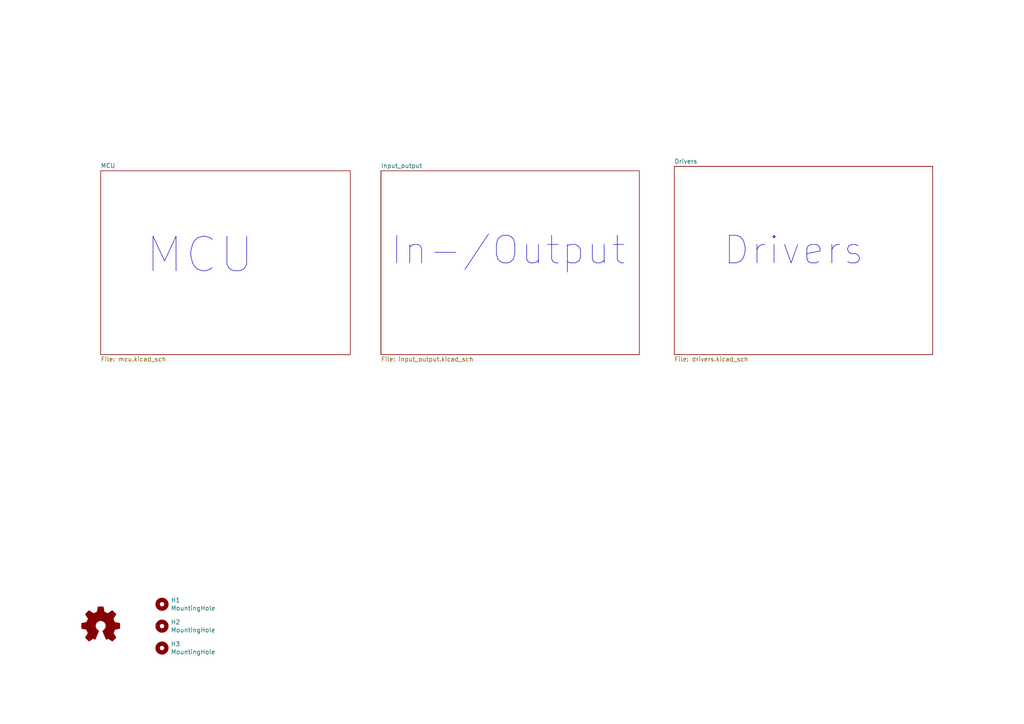
<source format=kicad_sch>
(kicad_sch (version 20211123) (generator eeschema)
  (paper "A4")
  (title_block (title "Canned ERCF Board") (date "2022-02-09") (rev "v1.0-beta2") (comment 1 "License: GPLv3") (comment 2 "by Gixxerfast based on design by Tircown"))
  (lib_symbols
    (symbol "Graphic:Logo_Open_Hardware_Small" (pin_names (offset 1.016))
      (symbol "Logo_Open_Hardware_Small_0_1"
        (polyline (pts (xy 3.3528 -4.3434) (xy 3.302 -4.318) (xy 3.175 -4.2418) (xy 2.9972 -4.1148) (xy 2.7686 -3.9624) (xy 2.54 -3.81) (xy 2.3622 -3.7084) (xy 2.2352 -3.6068) (xy 2.1844 -3.5814) (xy 2.159 -3.6068) (xy 2.0574 -3.6576) (xy 1.905 -3.7338) (xy 1.8034 -3.7846) (xy 1.6764 -3.8354) (xy 1.6002 -3.8354) (xy 1.6002 -3.8354) (xy 1.5494 -3.7338) (xy 1.4732 -3.5306) (xy 1.3462 -3.302) (xy 1.2446 -3.0226) (xy 1.1176 -2.7178) (xy 0.9652 -2.413) (xy 0.8636 -2.1082) (xy 0.7366 -1.8288) (xy 0.6604 -1.6256) (xy 0.6096 -1.4732) (xy 0.5842 -1.397) (xy 0.5842 -1.397) (xy 0.6604 -1.3208) (xy 0.7874 -1.2446) (xy 1.0414 -1.016) (xy 1.2954 -0.6858) (xy 1.4478 -0.3302) (xy 1.524 0.0762) (xy 1.4732 0.4572) (xy 1.3208 0.8128) (xy 1.0668 1.143) (xy 0.762 1.3716) (xy 0.4064 1.524) (xy 0 1.5748) (xy -0.381 1.5494) (xy -0.7366 1.397) (xy -1.0668 1.143) (xy -1.2192 0.9906) (xy -1.397 0.6604) (xy -1.524 0.3048) (xy -1.524 0.2286) (xy -1.4986 -0.1778) (xy -1.397 -0.5334) (xy -1.1938 -0.8636) (xy -0.9144 -1.143) (xy -0.8636 -1.1684) (xy -0.7366 -1.27) (xy -0.635 -1.3462) (xy -0.5842 -1.397) (xy -1.0668 -2.5908) (xy -1.143 -2.794) (xy -1.2954 -3.1242) (xy -1.397 -3.4036) (xy -1.4986 -3.6322) (xy -1.5748 -3.7846) (xy -1.6002 -3.8354) (xy -1.6002 -3.8354) (xy -1.651 -3.8354) (xy -1.7272 -3.81) (xy -1.905 -3.7338) (xy -2.0066 -3.683) (xy -2.1336 -3.6068) (xy -2.2098 -3.5814) (xy -2.2606 -3.6068) (xy -2.3622 -3.683) (xy -2.54 -3.81) (xy -2.7686 -3.9624) (xy -2.9718 -4.0894) (xy -3.1496 -4.2164) (xy -3.302 -4.318) (xy -3.3528 -4.3434) (xy -3.3782 -4.3434) (xy -3.429 -4.318) (xy -3.5306 -4.2164) (xy -3.7084 -4.064) (xy -3.937 -3.8354) (xy -3.9624 -3.81) (xy -4.1656 -3.6068) (xy -4.318 -3.4544) (xy -4.4196 -3.3274) (xy -4.445 -3.2766) (xy -4.445 -3.2766) (xy -4.4196 -3.2258) (xy -4.318 -3.0734) (xy -4.2164 -2.8956) (xy -4.064 -2.667) (xy -3.6576 -2.0828) (xy -3.8862 -1.5494) (xy -3.937 -1.3716) (xy -4.0386 -1.1684) (xy -4.0894 -1.0414) (xy -4.1148 -0.9652) (xy -4.191 -0.9398) (xy -4.318 -0.9144) (xy -4.5466 -0.8636) (xy -4.8006 -0.8128) (xy -5.0546 -0.7874) (xy -5.2578 -0.7366) (xy -5.4356 -0.7112) (xy -5.5118 -0.6858) (xy -5.5118 -0.6858) (xy -5.5372 -0.635) (xy -5.5372 -0.5588) (xy -5.5372 -0.4318) (xy -5.5626 -0.2286) (xy -5.5626 0.0762) (xy -5.5626 0.127) (xy -5.5372 0.4064) (xy -5.5372 0.635) (xy -5.5372 0.762) (xy -5.5372 0.8382) (xy -5.5372 0.8382) (xy -5.461 0.8382) (xy -5.3086 0.889) (xy -5.08 0.9144) (xy -4.826 0.9652) (xy -4.8006 0.9906) (xy -4.5466 1.0414) (xy -4.318 1.0668) (xy -4.1656 1.1176) (xy -4.0894 1.143) (xy -4.0894 1.143) (xy -4.0386 1.2446) (xy -3.9624 1.4224) (xy -3.8608 1.6256) (xy -3.7846 1.8288) (xy -3.7084 2.0066) (xy -3.6576 2.159) (xy -3.6322 2.2098) (xy -3.6322 2.2098) (xy -3.683 2.286) (xy -3.7592 2.413) (xy -3.8862 2.5908) (xy -4.064 2.8194) (xy -4.064 2.8448) (xy -4.2164 3.0734) (xy -4.3434 3.2512) (xy -4.4196 3.3782) (xy -4.445 3.4544) (xy -4.445 3.4544) (xy -4.3942 3.5052) (xy -4.2926 3.6322) (xy -4.1148 3.81) (xy -3.937 4.0132) (xy -3.8608 4.064) (xy -3.6576 4.2926) (xy -3.5052 4.4196) (xy -3.4036 4.4958) (xy -3.3528 4.5212) (xy -3.3528 4.5212) (xy -3.302 4.4704) (xy -3.1496 4.3688) (xy -2.9718 4.2418) (xy -2.7432 4.0894) (xy -2.7178 4.0894) (xy -2.4892 3.937) (xy -2.3114 3.81) (xy -2.1844 3.7084) (xy -2.1336 3.683) (xy -2.1082 3.683) (xy -2.032 3.7084) (xy -1.8542 3.7592) (xy -1.6764 3.8354) (xy -1.4732 3.937) (xy -1.27 4.0132) (xy -1.143 4.064) (xy -1.0668 4.1148) (xy -1.0668 4.1148) (xy -1.0414 4.191) (xy -1.016 4.3434) (xy -0.9652 4.572) (xy -0.9144 4.8514) (xy -0.889 4.9022) (xy -0.8382 5.1562) (xy -0.8128 5.3848) (xy -0.7874 5.5372) (xy -0.762 5.588) (xy -0.7112 5.6134) (xy -0.5842 5.6134) (xy -0.4064 5.6134) (xy -0.1524 5.6134) (xy 0.0762 5.6134) (xy 0.3302 5.6134) (xy 0.5334 5.6134) (xy 0.6858 5.588) (xy 0.7366 5.588) (xy 0.7366 5.588) (xy 0.762 5.5118) (xy 0.8128 5.334) (xy 0.8382 5.1054) (xy 0.9144 4.826) (xy 0.9144 4.7752) (xy 0.9652 4.5212) (xy 1.016 4.2926) (xy 1.0414 4.1402) (xy 1.0668 4.0894) (xy 1.0668 4.0894) (xy 1.1938 4.0386) (xy 1.3716 3.9624) (xy 1.5748 3.8608) (xy 2.0828 3.6576) (xy 2.7178 4.0894) (xy 2.7686 4.1402) (xy 2.9972 4.2926) (xy 3.175 4.4196) (xy 3.302 4.4958) (xy 3.3782 4.5212) (xy 3.3782 4.5212) (xy 3.429 4.4704) (xy 3.556 4.3434) (xy 3.7338 4.191) (xy 3.9116 3.9878) (xy 4.064 3.8354) (xy 4.2418 3.6576) (xy 4.3434 3.556) (xy 4.4196 3.4798) (xy 4.4196 3.429) (xy 4.4196 3.4036) (xy 4.3942 3.3274) (xy 4.2926 3.2004) (xy 4.1656 2.9972) (xy 4.0132 2.794) (xy 3.8862 2.5908) (xy 3.7592 2.3876) (xy 3.6576 2.2352) (xy 3.6322 2.159) (xy 3.6322 2.1336) (xy 3.683 2.0066) (xy 3.7592 1.8288) (xy 3.8608 1.6002) (xy 4.064 1.1176) (xy 4.3942 1.0414) (xy 4.5974 1.016) (xy 4.8768 0.9652) (xy 5.1308 0.9144) (xy 5.5372 0.8382) (xy 5.5626 -0.6604) (xy 5.4864 -0.6858) (xy 5.4356 -0.6858) (xy 5.2832 -0.7366) (xy 5.0546 -0.762) (xy 4.8006 -0.8128) (xy 4.5974 -0.8636) (xy 4.3688 -0.9144) (xy 4.2164 -0.9398) (xy 4.1402 -0.9398) (xy 4.1148 -0.9652) (xy 4.064 -1.0668) (xy 3.9878 -1.2446) (xy 3.9116 -1.4478) (xy 3.81 -1.651) (xy 3.7338 -1.8542) (xy 3.683 -2.0066) (xy 3.6576 -2.0828) (xy 3.683 -2.1336) (xy 3.7846 -2.2606) (xy 3.8862 -2.4638) (xy 4.0386 -2.667) (xy 4.191 -2.8956) (xy 4.318 -3.0734) (xy 4.3942 -3.2004) (xy 4.445 -3.2766) (xy 4.4196 -3.3274) (xy 4.3434 -3.429) (xy 4.1656 -3.5814) (xy 3.937 -3.8354) (xy 3.8862 -3.8608) (xy 3.683 -4.064) (xy 3.5306 -4.2164) (xy 3.4036 -4.318) (xy 3.3528 -4.3434)) (fill (type outline)))
      )
    )
    (symbol "Mechanical:MountingHole" (pin_names (offset 1.016))
      (property "Reference" "H" (at 0 5.08 0))
      (property "Value" "MountingHole" (at 0 3.175 0))
      (symbol "MountingHole_0_1"
        (circle (center 0 0) (radius 1.27) (stroke (width 1.27)))
      )
    )
  )
  (text "MCU" (at 41.91 80.01 0) (effects (font (size 10 10)) (justify left bottom)))
  (text "Drivers" (at 209.55 77.47 0) (effects (font (size 8 8)) (justify left bottom)))
  (text "In-/Output" (at 113.03 77.47 0) (effects (font (size 8 8)) (justify left bottom)))
  (symbol (lib_id "Mechanical:MountingHole") (at 46.99 181.61 0) (unit 1) (in_bom no)
    (property "Reference" "H2" (at 49.53 180.4416 0) (effects (justify left)))
    (property "Value" "MountingHole" (at 49.53 182.753 0) (effects (justify left)))
    (property "Footprint" "MountingHole:MountingHole_3.2mm_M3" (effects hide))
  )
  (symbol (lib_id "Mechanical:MountingHole") (at 46.99 175.26 0) (unit 1) (in_bom no)
    (property "Reference" "H1" (at 49.53 174.0916 0) (effects (justify left)))
    (property "Value" "MountingHole" (at 49.53 176.403 0) (effects (justify left)))
    (property "Footprint" "MountingHole:MountingHole_3.2mm_M3" (effects hide))
  )
  (symbol (lib_id "Mechanical:MountingHole") (at 46.99 187.96 0) (unit 1) (in_bom no)
    (property "Reference" "H3" (at 49.53 186.7916 0) (effects (justify left)))
    (property "Value" "MountingHole" (at 49.53 189.103 0) (effects (justify left)))
    (property "Footprint" "MountingHole:MountingHole_3.2mm_M3" (effects hide))
  )
  (symbol (lib_id "Graphic:Logo_Open_Hardware_Small") (at 29.21 181.61 0) (unit 1) (in_bom no)
    (property "Reference" "L1" (effects hide))
    (property "Value" "Logo_Open_Hardware_Small" (effects hide))
    (property "Footprint" "Symbol:OSHW-Logo2_7.3x6mm_SilkScreen" (effects hide))
  )
  (sheet (at 110.49 49.53) (size 74.93 53.34) (stroke (width 0.1524))
    (property "Sheet name" "Input_output" (at 110.49 48.8184 0) (effects (justify left bottom)))
    (property "Sheet file" "input_output.kicad_sch" (at 110.49 103.4546 0) (effects (justify left top)))
  )
  (sheet (at 195.58 48.26) (size 74.93 54.61) (stroke (width 0.1524))
    (property "Sheet name" "Drivers" (at 195.58 47.5484 0) (effects (justify left bottom)))
    (property "Sheet file" "drivers.kicad_sch" (at 195.58 103.4546 0) (effects (justify left top)))
  )
  (sheet (at 29.21 49.53) (size 72.39 53.34) (stroke (width 0.1524))
    (property "Sheet name" "MCU" (at 29.21 48.8184 0) (effects (justify left bottom)))
    (property "Sheet file" "mcu.kicad_sch" (at 29.21 103.4546 0) (effects (justify left top)))
  )
)
</source>
